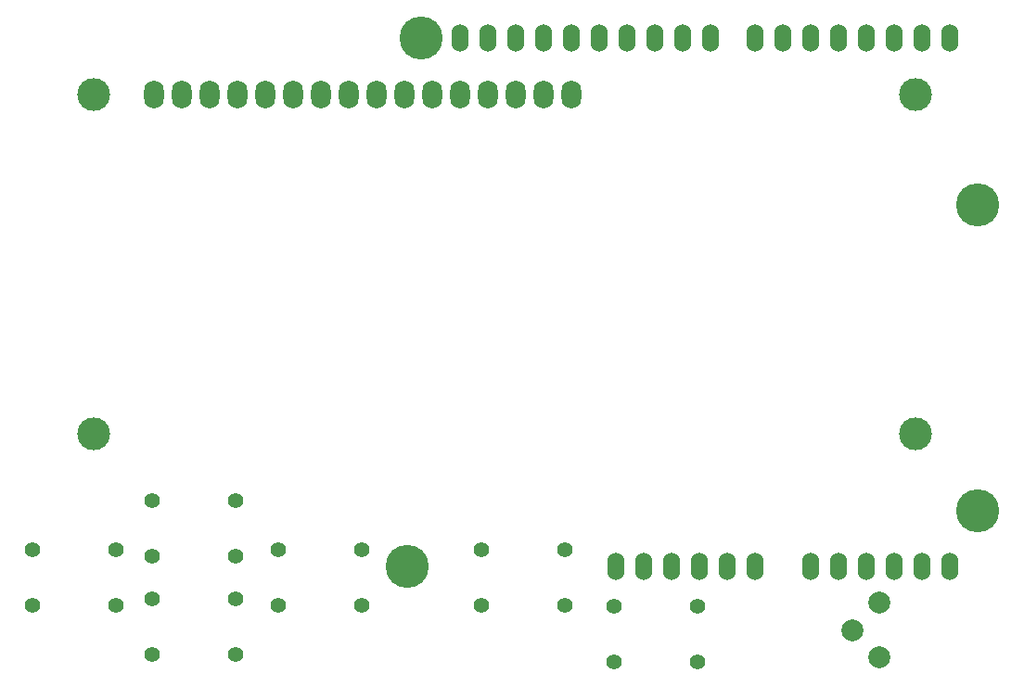
<source format=gts>
%FSLAX34Y34*%
G04 Gerber Fmt 3.4, Leading zero omitted, Abs format*
G04 (created by PCBNEW (2014-05-22 BZR 4885)-product) date Tue 27 May 2014 09:52:33 PM EST*
%MOIN*%
G01*
G70*
G90*
G04 APERTURE LIST*
%ADD10C,0.003937*%
%ADD11C,0.078740*%
%ADD12O,0.060000X0.100000*%
%ADD13C,0.155000*%
%ADD14C,0.055000*%
%ADD15O,0.070866X0.102362*%
%ADD16C,0.118110*%
G04 APERTURE END LIST*
G54D10*
G54D11*
X76196Y-54250D03*
X77180Y-53265D03*
X77180Y-55234D03*
G54D12*
X79724Y-51952D03*
X78724Y-51952D03*
X77724Y-51952D03*
X74724Y-51952D03*
X75724Y-51952D03*
X76724Y-51952D03*
X72724Y-51952D03*
X71724Y-51952D03*
X70724Y-51952D03*
X68724Y-51952D03*
X67724Y-51952D03*
X79724Y-32952D03*
X78724Y-32952D03*
X77724Y-32952D03*
X76724Y-32952D03*
X75724Y-32952D03*
X74724Y-32952D03*
X73724Y-32952D03*
X72724Y-32952D03*
X71124Y-32952D03*
X70124Y-32952D03*
X69124Y-32952D03*
X68124Y-32952D03*
X67124Y-32952D03*
X66124Y-32952D03*
X65124Y-32952D03*
X64124Y-32952D03*
X69724Y-51952D03*
G54D13*
X80724Y-49952D03*
X80724Y-38952D03*
X60724Y-32952D03*
X60224Y-51952D03*
G54D12*
X63124Y-32952D03*
X62124Y-32952D03*
G54D14*
X49728Y-51362D03*
X49728Y-53362D03*
X46728Y-51362D03*
X46728Y-53362D03*
X54059Y-49590D03*
X54059Y-51590D03*
X51059Y-49590D03*
X51059Y-51590D03*
X54059Y-53133D03*
X54059Y-55133D03*
X51059Y-53133D03*
X51059Y-55133D03*
X58586Y-51362D03*
X58586Y-53362D03*
X55586Y-51362D03*
X55586Y-53362D03*
X65870Y-51362D03*
X65870Y-53362D03*
X62870Y-51362D03*
X62870Y-53362D03*
X67650Y-55400D03*
X67650Y-53400D03*
X70650Y-55400D03*
X70650Y-53400D03*
G54D15*
X51100Y-35000D03*
X52100Y-35000D03*
X53100Y-35000D03*
X54100Y-35000D03*
X55100Y-35000D03*
X56100Y-35000D03*
X57100Y-35000D03*
X58100Y-35000D03*
X59100Y-35000D03*
X60100Y-35000D03*
X61100Y-35000D03*
X62100Y-35000D03*
X63100Y-35000D03*
X64100Y-35000D03*
X65100Y-35000D03*
X66100Y-35000D03*
G54D16*
X48935Y-35000D03*
X48935Y-47205D03*
X78462Y-47205D03*
X78462Y-35000D03*
M02*

</source>
